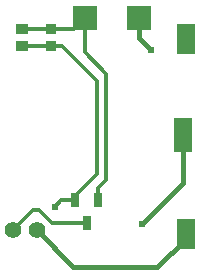
<source format=gtl>
G04 Layer: TopLayer*
G04 EasyEDA v6.5.15, 2022-10-03 21:12:50*
G04 fb6dd305ba754b819a97ba8624fd114e,51c7c353d140458ba7ebdfa259124d39,10*
G04 Gerber Generator version 0.2*
G04 Scale: 100 percent, Rotated: No, Reflected: No *
G04 Dimensions in millimeters *
G04 leading zeros omitted , absolute positions ,4 integer and 5 decimal *
%FSLAX45Y45*%
%MOMM*%

%AMMACRO1*21,1,$1,$2,0,0,$3*%
%ADD10C,0.3000*%
%ADD11C,0.4000*%
%ADD12R,1.5240X3.0000*%
%ADD13R,1.5240X2.5000*%
%ADD14R,1.0000X0.9500*%
%ADD15R,2.0000X2.0000*%
%ADD16R,0.7000X1.2500*%
%ADD17MACRO1,0.864X0.8065X0.0000*%
%ADD18R,0.8640X0.8065*%
%ADD19C,1.5240*%
%ADD20C,0.6096*%
%ADD21C,1.4000*%

%LPD*%
D10*
X-201495Y1009395D02*
G01*
X-291264Y919634D01*
X-492201Y919634D01*
X-282397Y-528904D02*
G01*
X-403301Y-528904D01*
X-454101Y-590804D01*
X-492201Y768857D02*
G01*
X-391363Y768857D01*
X-98501Y475995D01*
X-98501Y-312930D01*
X-282651Y-497080D01*
X-282397Y-528830D01*
X-92405Y-528904D02*
G01*
X-92405Y-432307D01*
X-22301Y-362204D01*
X-22301Y539495D01*
X-201495Y718690D01*
X-201495Y1009395D01*
X-733501Y774291D02*
G01*
X-728167Y768957D01*
X-492201Y768957D01*
X-492201Y919634D02*
G01*
X-497535Y914300D01*
X-733501Y914300D01*
D11*
X650798Y-819404D02*
G01*
X650798Y-857504D01*
X409498Y-1098804D01*
X-298198Y-1098804D01*
X-609602Y-787400D01*
D10*
X-187401Y-728903D02*
G01*
X-481101Y-728903D01*
X-593801Y-616204D01*
X-638406Y-616204D01*
X-809602Y-787400D01*
D11*
X625398Y18795D02*
G01*
X625398Y-387604D01*
X282498Y-730504D01*
X358698Y742695D02*
G01*
X258493Y842901D01*
X258493Y1009395D01*
D12*
G01*
X625398Y18795D03*
D13*
G01*
X650798Y831595D03*
G01*
X650798Y-819404D03*
D14*
G01*
X-733501Y914298D03*
G01*
X-733501Y774293D03*
D15*
G01*
X-201498Y1009395D03*
G01*
X258495Y1009395D03*
D16*
G01*
X-92405Y-528904D03*
G01*
X-282397Y-528904D03*
G01*
X-187401Y-728903D03*
D17*
G01*
X-492201Y919620D03*
D18*
G01*
X-492201Y768959D03*
D19*
G01*
X650798Y818895D03*
G01*
X650798Y-819404D03*
D20*
G01*
X358698Y742695D03*
G01*
X282498Y-730504D03*
G01*
X-454101Y-590804D03*
D21*
G01*
X-809599Y-787400D03*
G01*
X-609600Y-787400D03*
M02*

</source>
